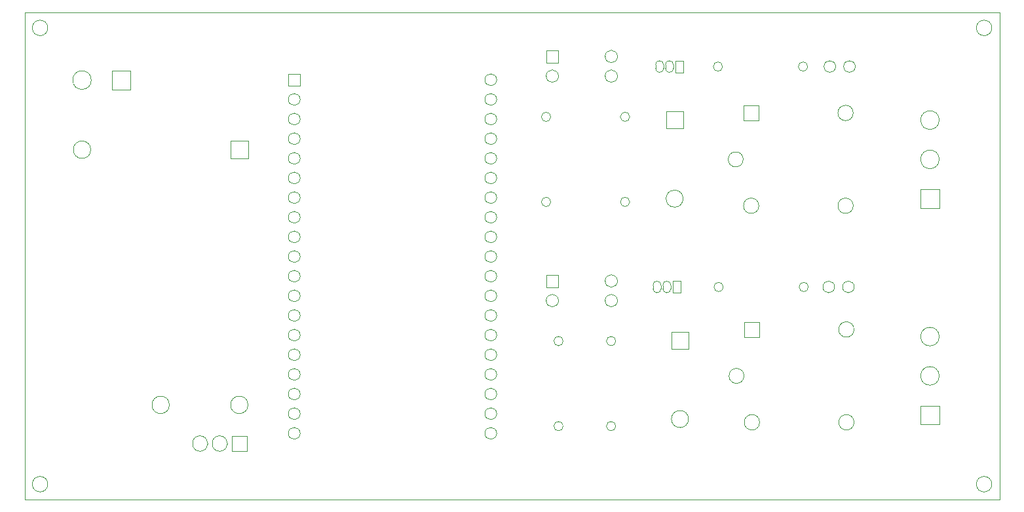
<source format=gbr>
%TF.GenerationSoftware,KiCad,Pcbnew,8.0.6-8.0.6-0~ubuntu22.04.1*%
%TF.CreationDate,2024-11-01T09:16:27+07:00*%
%TF.ProjectId,projectGATE,70726f6a-6563-4744-9741-54452e6b6963,rev?*%
%TF.SameCoordinates,Original*%
%TF.FileFunction,AssemblyDrawing,Bot*%
%FSLAX46Y46*%
G04 Gerber Fmt 4.6, Leading zero omitted, Abs format (unit mm)*
G04 Created by KiCad (PCBNEW 8.0.6-8.0.6-0~ubuntu22.04.1) date 2024-11-01 09:16:27*
%MOMM*%
%LPD*%
G01*
G04 APERTURE LIST*
%ADD10C,0.100000*%
%TA.AperFunction,Profile*%
%ADD11C,0.050000*%
%TD*%
G04 APERTURE END LIST*
D10*
%TO.C,D3*%
X171900000Y-80820000D02*
X171900000Y-83020000D01*
X174100000Y-83020000D01*
X174100000Y-80820000D01*
X171900000Y-80820000D01*
X173000000Y-90980000D02*
X173000000Y-90980000D01*
X173000000Y-93180000D02*
G75*
G02*
X173000000Y-90980000I0J1100000D01*
G01*
X173000000Y-93180000D02*
X173000000Y-93180000D01*
X173000000Y-93180000D02*
G75*
G03*
X173000000Y-90980000I0J1100000D01*
G01*
%TD*%
%TO.C,D2*%
X196214000Y-103500000D02*
G75*
G02*
X194706000Y-103500000I-754000J0D01*
G01*
X194706000Y-103500000D02*
G75*
G02*
X196214000Y-103500000I754000J0D01*
G01*
X193674000Y-103500000D02*
G75*
G02*
X192166000Y-103500000I-754000J0D01*
G01*
X192166000Y-103500000D02*
G75*
G02*
X193674000Y-103500000I754000J0D01*
G01*
%TD*%
%TO.C,U4*%
X115797500Y-122750000D02*
X115797500Y-124750000D01*
X117702500Y-124750000D01*
X117702500Y-122750000D01*
X115797500Y-122750000D01*
X115162500Y-123797500D02*
X115162500Y-123702500D01*
X113257500Y-123702500D02*
G75*
G02*
X115162500Y-123702500I952500J0D01*
G01*
X113257500Y-123702500D02*
X113257500Y-123797500D01*
X113257500Y-123797500D02*
G75*
G03*
X115162500Y-123797500I952500J0D01*
G01*
X112622500Y-123797500D02*
X112622500Y-123702500D01*
X110717500Y-123702500D02*
G75*
G02*
X112622500Y-123702500I952500J0D01*
G01*
X110717500Y-123702500D02*
X110717500Y-123797500D01*
X110717500Y-123797500D02*
G75*
G03*
X112622500Y-123797500I952500J0D01*
G01*
%TD*%
%TO.C,R7*%
X158600000Y-121500000D02*
G75*
G02*
X157400000Y-121500000I-600000J0D01*
G01*
X157400000Y-121500000D02*
G75*
G02*
X158600000Y-121500000I600000J0D01*
G01*
X158600000Y-110500000D02*
G75*
G02*
X157400000Y-110500000I-600000J0D01*
G01*
X157400000Y-110500000D02*
G75*
G02*
X158600000Y-110500000I600000J0D01*
G01*
%TD*%
%TO.C,U1*%
X123085000Y-75945000D02*
X123085000Y-77475000D01*
X124615000Y-77475000D01*
X124615000Y-75945000D01*
X123085000Y-75945000D01*
X124615000Y-79250000D02*
G75*
G02*
X123085000Y-79250000I-765000J0D01*
G01*
X123085000Y-79250000D02*
G75*
G02*
X124615000Y-79250000I765000J0D01*
G01*
X124615000Y-81790000D02*
G75*
G02*
X123085000Y-81790000I-765000J0D01*
G01*
X123085000Y-81790000D02*
G75*
G02*
X124615000Y-81790000I765000J0D01*
G01*
X124615000Y-84330000D02*
G75*
G02*
X123085000Y-84330000I-765000J0D01*
G01*
X123085000Y-84330000D02*
G75*
G02*
X124615000Y-84330000I765000J0D01*
G01*
X124615000Y-86870000D02*
G75*
G02*
X123085000Y-86870000I-765000J0D01*
G01*
X123085000Y-86870000D02*
G75*
G02*
X124615000Y-86870000I765000J0D01*
G01*
X124615000Y-89410000D02*
G75*
G02*
X123085000Y-89410000I-765000J0D01*
G01*
X123085000Y-89410000D02*
G75*
G02*
X124615000Y-89410000I765000J0D01*
G01*
X124615000Y-91950000D02*
G75*
G02*
X123085000Y-91950000I-765000J0D01*
G01*
X123085000Y-91950000D02*
G75*
G02*
X124615000Y-91950000I765000J0D01*
G01*
X124615000Y-94490000D02*
G75*
G02*
X123085000Y-94490000I-765000J0D01*
G01*
X123085000Y-94490000D02*
G75*
G02*
X124615000Y-94490000I765000J0D01*
G01*
X124615000Y-97030000D02*
G75*
G02*
X123085000Y-97030000I-765000J0D01*
G01*
X123085000Y-97030000D02*
G75*
G02*
X124615000Y-97030000I765000J0D01*
G01*
X124615000Y-99570000D02*
G75*
G02*
X123085000Y-99570000I-765000J0D01*
G01*
X123085000Y-99570000D02*
G75*
G02*
X124615000Y-99570000I765000J0D01*
G01*
X124615000Y-102110000D02*
G75*
G02*
X123085000Y-102110000I-765000J0D01*
G01*
X123085000Y-102110000D02*
G75*
G02*
X124615000Y-102110000I765000J0D01*
G01*
X124615000Y-104650000D02*
G75*
G02*
X123085000Y-104650000I-765000J0D01*
G01*
X123085000Y-104650000D02*
G75*
G02*
X124615000Y-104650000I765000J0D01*
G01*
X124615000Y-107190000D02*
G75*
G02*
X123085000Y-107190000I-765000J0D01*
G01*
X123085000Y-107190000D02*
G75*
G02*
X124615000Y-107190000I765000J0D01*
G01*
X124615000Y-109730000D02*
G75*
G02*
X123085000Y-109730000I-765000J0D01*
G01*
X123085000Y-109730000D02*
G75*
G02*
X124615000Y-109730000I765000J0D01*
G01*
X124615000Y-112270000D02*
G75*
G02*
X123085000Y-112270000I-765000J0D01*
G01*
X123085000Y-112270000D02*
G75*
G02*
X124615000Y-112270000I765000J0D01*
G01*
X124615000Y-114810000D02*
G75*
G02*
X123085000Y-114810000I-765000J0D01*
G01*
X123085000Y-114810000D02*
G75*
G02*
X124615000Y-114810000I765000J0D01*
G01*
X124615000Y-117350000D02*
G75*
G02*
X123085000Y-117350000I-765000J0D01*
G01*
X123085000Y-117350000D02*
G75*
G02*
X124615000Y-117350000I765000J0D01*
G01*
X124615000Y-119890000D02*
G75*
G02*
X123085000Y-119890000I-765000J0D01*
G01*
X123085000Y-119890000D02*
G75*
G02*
X124615000Y-119890000I765000J0D01*
G01*
X124615000Y-122430000D02*
G75*
G02*
X123085000Y-122430000I-765000J0D01*
G01*
X123085000Y-122430000D02*
G75*
G02*
X124615000Y-122430000I765000J0D01*
G01*
X150015000Y-122430000D02*
G75*
G02*
X148485000Y-122430000I-765000J0D01*
G01*
X148485000Y-122430000D02*
G75*
G02*
X150015000Y-122430000I765000J0D01*
G01*
X150015000Y-119890000D02*
G75*
G02*
X148485000Y-119890000I-765000J0D01*
G01*
X148485000Y-119890000D02*
G75*
G02*
X150015000Y-119890000I765000J0D01*
G01*
X150015000Y-117350000D02*
G75*
G02*
X148485000Y-117350000I-765000J0D01*
G01*
X148485000Y-117350000D02*
G75*
G02*
X150015000Y-117350000I765000J0D01*
G01*
X150015000Y-114810000D02*
G75*
G02*
X148485000Y-114810000I-765000J0D01*
G01*
X148485000Y-114810000D02*
G75*
G02*
X150015000Y-114810000I765000J0D01*
G01*
X150015000Y-112270000D02*
G75*
G02*
X148485000Y-112270000I-765000J0D01*
G01*
X148485000Y-112270000D02*
G75*
G02*
X150015000Y-112270000I765000J0D01*
G01*
X150015000Y-109730000D02*
G75*
G02*
X148485000Y-109730000I-765000J0D01*
G01*
X148485000Y-109730000D02*
G75*
G02*
X150015000Y-109730000I765000J0D01*
G01*
X150015000Y-107190000D02*
G75*
G02*
X148485000Y-107190000I-765000J0D01*
G01*
X148485000Y-107190000D02*
G75*
G02*
X150015000Y-107190000I765000J0D01*
G01*
X150015000Y-104650000D02*
G75*
G02*
X148485000Y-104650000I-765000J0D01*
G01*
X148485000Y-104650000D02*
G75*
G02*
X150015000Y-104650000I765000J0D01*
G01*
X150015000Y-102110000D02*
G75*
G02*
X148485000Y-102110000I-765000J0D01*
G01*
X148485000Y-102110000D02*
G75*
G02*
X150015000Y-102110000I765000J0D01*
G01*
X150015000Y-99570000D02*
G75*
G02*
X148485000Y-99570000I-765000J0D01*
G01*
X148485000Y-99570000D02*
G75*
G02*
X150015000Y-99570000I765000J0D01*
G01*
X150015000Y-97030000D02*
G75*
G02*
X148485000Y-97030000I-765000J0D01*
G01*
X148485000Y-97030000D02*
G75*
G02*
X150015000Y-97030000I765000J0D01*
G01*
X150015000Y-94490000D02*
G75*
G02*
X148485000Y-94490000I-765000J0D01*
G01*
X148485000Y-94490000D02*
G75*
G02*
X150015000Y-94490000I765000J0D01*
G01*
X150015000Y-91950000D02*
G75*
G02*
X148485000Y-91950000I-765000J0D01*
G01*
X148485000Y-91950000D02*
G75*
G02*
X150015000Y-91950000I765000J0D01*
G01*
X150015000Y-89410000D02*
G75*
G02*
X148485000Y-89410000I-765000J0D01*
G01*
X148485000Y-89410000D02*
G75*
G02*
X150015000Y-89410000I765000J0D01*
G01*
X150015000Y-86870000D02*
G75*
G02*
X148485000Y-86870000I-765000J0D01*
G01*
X148485000Y-86870000D02*
G75*
G02*
X150015000Y-86870000I765000J0D01*
G01*
X150015000Y-84330000D02*
G75*
G02*
X148485000Y-84330000I-765000J0D01*
G01*
X148485000Y-84330000D02*
G75*
G02*
X150015000Y-84330000I765000J0D01*
G01*
X150015000Y-81790000D02*
G75*
G02*
X148485000Y-81790000I-765000J0D01*
G01*
X148485000Y-81790000D02*
G75*
G02*
X150015000Y-81790000I765000J0D01*
G01*
X150015000Y-79250000D02*
G75*
G02*
X148485000Y-79250000I-765000J0D01*
G01*
X148485000Y-79250000D02*
G75*
G02*
X150015000Y-79250000I765000J0D01*
G01*
X150015000Y-76710000D02*
G75*
G02*
X148485000Y-76710000I-765000J0D01*
G01*
X148485000Y-76710000D02*
G75*
G02*
X150015000Y-76710000I765000J0D01*
G01*
%TD*%
%TO.C,PS1*%
X115625000Y-84625000D02*
X115625000Y-86875000D01*
X117875000Y-86875000D01*
X117875000Y-84625000D01*
X115625000Y-84625000D01*
X97555000Y-85750000D02*
G75*
G02*
X95305000Y-85750000I-1125000J0D01*
G01*
X95305000Y-85750000D02*
G75*
G02*
X97555000Y-85750000I1125000J0D01*
G01*
X107715000Y-118750000D02*
G75*
G02*
X105465000Y-118750000I-1125000J0D01*
G01*
X105465000Y-118750000D02*
G75*
G02*
X107715000Y-118750000I1125000J0D01*
G01*
X117875000Y-118750000D02*
G75*
G02*
X115625000Y-118750000I-1125000J0D01*
G01*
X115625000Y-118750000D02*
G75*
G02*
X117875000Y-118750000I1125000J0D01*
G01*
%TD*%
%TO.C,J2*%
X204800000Y-90880000D02*
X204800000Y-93280000D01*
X207200000Y-93280000D01*
X207200000Y-90880000D01*
X204800000Y-90880000D01*
X207200000Y-87000000D02*
G75*
G02*
X204800000Y-87000000I-1200000J0D01*
G01*
X204800000Y-87000000D02*
G75*
G02*
X207200000Y-87000000I1200000J0D01*
G01*
X207200000Y-81920000D02*
G75*
G02*
X204800000Y-81920000I-1200000J0D01*
G01*
X204800000Y-81920000D02*
G75*
G02*
X207200000Y-81920000I1200000J0D01*
G01*
%TD*%
%TO.C,U2*%
X156400000Y-72895000D02*
X156400000Y-74495000D01*
X158000000Y-74495000D01*
X158000000Y-72895000D01*
X156400000Y-72895000D01*
X156400000Y-76235000D02*
X156400000Y-76235000D01*
X158000000Y-76235000D02*
G75*
G02*
X156400000Y-76235000I-800000J0D01*
G01*
X158000000Y-76235000D02*
X158000000Y-76235000D01*
X158000000Y-76235000D02*
G75*
G03*
X156400000Y-76235000I-800000J0D01*
G01*
X164020000Y-76235000D02*
X164020000Y-76235000D01*
X165620000Y-76235000D02*
G75*
G02*
X164020000Y-76235000I-800000J0D01*
G01*
X165620000Y-76235000D02*
X165620000Y-76235000D01*
X165620000Y-76235000D02*
G75*
G03*
X164020000Y-76235000I-800000J0D01*
G01*
X164020000Y-73695000D02*
X164020000Y-73695000D01*
X165620000Y-73695000D02*
G75*
G02*
X164020000Y-73695000I-800000J0D01*
G01*
X165620000Y-73695000D02*
X165620000Y-73695000D01*
X165620000Y-73695000D02*
G75*
G03*
X164020000Y-73695000I-800000J0D01*
G01*
%TD*%
%TO.C,R12*%
X190290000Y-103500000D02*
G75*
G02*
X189090000Y-103500000I-600000J0D01*
G01*
X189090000Y-103500000D02*
G75*
G02*
X190290000Y-103500000I600000J0D01*
G01*
X179290000Y-103500000D02*
G75*
G02*
X178090000Y-103500000I-600000J0D01*
G01*
X178090000Y-103500000D02*
G75*
G02*
X179290000Y-103500000I600000J0D01*
G01*
%TD*%
%TO.C,K2*%
X182010000Y-108010000D02*
X182010000Y-109990000D01*
X183990000Y-109990000D01*
X183990000Y-108010000D01*
X182010000Y-108010000D01*
X183990000Y-121000000D02*
G75*
G02*
X182010000Y-121000000I-990000J0D01*
G01*
X182010000Y-121000000D02*
G75*
G02*
X183990000Y-121000000I990000J0D01*
G01*
X181967500Y-115000000D02*
G75*
G02*
X180032500Y-115000000I-967500J0D01*
G01*
X180032500Y-115000000D02*
G75*
G02*
X181967500Y-115000000I967500J0D01*
G01*
X196190000Y-109000000D02*
G75*
G02*
X194210000Y-109000000I-990000J0D01*
G01*
X194210000Y-109000000D02*
G75*
G02*
X196190000Y-109000000I990000J0D01*
G01*
X196190000Y-121000000D02*
G75*
G02*
X194210000Y-121000000I-990000J0D01*
G01*
X194210000Y-121000000D02*
G75*
G02*
X196190000Y-121000000I990000J0D01*
G01*
%TD*%
%TO.C,Q2*%
X172745000Y-102750000D02*
X172745000Y-104250000D01*
X173795000Y-104250000D01*
X173795000Y-102750000D01*
X172745000Y-102750000D01*
X172525000Y-103725000D02*
X172525000Y-103275000D01*
X171475000Y-103275000D02*
G75*
G02*
X172525000Y-103275000I525000J0D01*
G01*
X171475000Y-103275000D02*
X171475000Y-103725000D01*
X171475000Y-103725000D02*
G75*
G03*
X172525000Y-103725000I525000J0D01*
G01*
X171255000Y-103725000D02*
X171255000Y-103275000D01*
X170205000Y-103275000D02*
G75*
G02*
X171255000Y-103275000I525000J0D01*
G01*
X170205000Y-103275000D02*
X170205000Y-103725000D01*
X170205000Y-103725000D02*
G75*
G03*
X171255000Y-103725000I525000J0D01*
G01*
%TD*%
%TO.C,D1*%
X196354000Y-75000000D02*
G75*
G02*
X194846000Y-75000000I-754000J0D01*
G01*
X194846000Y-75000000D02*
G75*
G02*
X196354000Y-75000000I754000J0D01*
G01*
X193814000Y-75000000D02*
G75*
G02*
X192306000Y-75000000I-754000J0D01*
G01*
X192306000Y-75000000D02*
G75*
G02*
X193814000Y-75000000I754000J0D01*
G01*
%TD*%
%TO.C,J1*%
X100300000Y-75550000D02*
X100300000Y-77950000D01*
X102700000Y-77950000D01*
X102700000Y-75550000D01*
X100300000Y-75550000D01*
X97620000Y-76750000D02*
G75*
G02*
X95220000Y-76750000I-1200000J0D01*
G01*
X95220000Y-76750000D02*
G75*
G02*
X97620000Y-76750000I1200000J0D01*
G01*
%TD*%
%TO.C,U3*%
X156400000Y-101925000D02*
X156400000Y-103525000D01*
X158000000Y-103525000D01*
X158000000Y-101925000D01*
X156400000Y-101925000D01*
X156400000Y-105265000D02*
X156400000Y-105265000D01*
X158000000Y-105265000D02*
G75*
G02*
X156400000Y-105265000I-800000J0D01*
G01*
X158000000Y-105265000D02*
X158000000Y-105265000D01*
X158000000Y-105265000D02*
G75*
G03*
X156400000Y-105265000I-800000J0D01*
G01*
X164020000Y-105265000D02*
X164020000Y-105265000D01*
X165620000Y-105265000D02*
G75*
G02*
X164020000Y-105265000I-800000J0D01*
G01*
X165620000Y-105265000D02*
X165620000Y-105265000D01*
X165620000Y-105265000D02*
G75*
G03*
X164020000Y-105265000I-800000J0D01*
G01*
X164020000Y-102725000D02*
X164020000Y-102725000D01*
X165620000Y-102725000D02*
G75*
G02*
X164020000Y-102725000I-800000J0D01*
G01*
X165620000Y-102725000D02*
X165620000Y-102725000D01*
X165620000Y-102725000D02*
G75*
G03*
X164020000Y-102725000I-800000J0D01*
G01*
%TD*%
%TO.C,R10*%
X190200000Y-75000000D02*
G75*
G02*
X189000000Y-75000000I-600000J0D01*
G01*
X189000000Y-75000000D02*
G75*
G02*
X190200000Y-75000000I600000J0D01*
G01*
X179200000Y-75000000D02*
G75*
G02*
X178000000Y-75000000I-600000J0D01*
G01*
X178000000Y-75000000D02*
G75*
G02*
X179200000Y-75000000I600000J0D01*
G01*
%TD*%
%TO.C,K1*%
X181910000Y-80010000D02*
X181910000Y-81990000D01*
X183890000Y-81990000D01*
X183890000Y-80010000D01*
X181910000Y-80010000D01*
X183890000Y-93000000D02*
G75*
G02*
X181910000Y-93000000I-990000J0D01*
G01*
X181910000Y-93000000D02*
G75*
G02*
X183890000Y-93000000I990000J0D01*
G01*
X181867500Y-87000000D02*
G75*
G02*
X179932500Y-87000000I-967500J0D01*
G01*
X179932500Y-87000000D02*
G75*
G02*
X181867500Y-87000000I967500J0D01*
G01*
X196090000Y-81000000D02*
G75*
G02*
X194110000Y-81000000I-990000J0D01*
G01*
X194110000Y-81000000D02*
G75*
G02*
X196090000Y-81000000I990000J0D01*
G01*
X196090000Y-93000000D02*
G75*
G02*
X194110000Y-93000000I-990000J0D01*
G01*
X194110000Y-93000000D02*
G75*
G02*
X196090000Y-93000000I990000J0D01*
G01*
%TD*%
%TO.C,R11*%
X165400000Y-110500000D02*
G75*
G02*
X164200000Y-110500000I-600000J0D01*
G01*
X164200000Y-110500000D02*
G75*
G02*
X165400000Y-110500000I600000J0D01*
G01*
X165400000Y-121500000D02*
G75*
G02*
X164200000Y-121500000I-600000J0D01*
G01*
X164200000Y-121500000D02*
G75*
G02*
X165400000Y-121500000I600000J0D01*
G01*
%TD*%
%TO.C,Q1*%
X173075000Y-74250000D02*
X173075000Y-75750000D01*
X174125000Y-75750000D01*
X174125000Y-74250000D01*
X173075000Y-74250000D01*
X172855000Y-75225000D02*
X172855000Y-74775000D01*
X171805000Y-74775000D02*
G75*
G02*
X172855000Y-74775000I525000J0D01*
G01*
X171805000Y-74775000D02*
X171805000Y-75225000D01*
X171805000Y-75225000D02*
G75*
G03*
X172855000Y-75225000I525000J0D01*
G01*
X171585000Y-75225000D02*
X171585000Y-74775000D01*
X170535000Y-74775000D02*
G75*
G02*
X171585000Y-74775000I525000J0D01*
G01*
X170535000Y-74775000D02*
X170535000Y-75225000D01*
X170535000Y-75225000D02*
G75*
G03*
X171585000Y-75225000I525000J0D01*
G01*
%TD*%
%TO.C,D4*%
X172590000Y-109320000D02*
X172590000Y-111520000D01*
X174790000Y-111520000D01*
X174790000Y-109320000D01*
X172590000Y-109320000D01*
X173690000Y-119480000D02*
X173690000Y-119480000D01*
X173690000Y-121680000D02*
G75*
G02*
X173690000Y-119480000I0J1100000D01*
G01*
X173690000Y-121680000D02*
X173690000Y-121680000D01*
X173690000Y-121680000D02*
G75*
G03*
X173690000Y-119480000I0J1100000D01*
G01*
%TD*%
%TO.C,J3*%
X204800000Y-118880000D02*
X204800000Y-121280000D01*
X207200000Y-121280000D01*
X207200000Y-118880000D01*
X204800000Y-118880000D01*
X207200000Y-115000000D02*
G75*
G02*
X204800000Y-115000000I-1200000J0D01*
G01*
X204800000Y-115000000D02*
G75*
G02*
X207200000Y-115000000I1200000J0D01*
G01*
X207200000Y-109920000D02*
G75*
G02*
X204800000Y-109920000I-1200000J0D01*
G01*
X204800000Y-109920000D02*
G75*
G02*
X207200000Y-109920000I1200000J0D01*
G01*
%TD*%
%TO.C,R9*%
X167200000Y-92500000D02*
G75*
G02*
X166000000Y-92500000I-600000J0D01*
G01*
X166000000Y-92500000D02*
G75*
G02*
X167200000Y-92500000I600000J0D01*
G01*
X167200000Y-81500000D02*
G75*
G02*
X166000000Y-81500000I-600000J0D01*
G01*
X166000000Y-81500000D02*
G75*
G02*
X167200000Y-81500000I600000J0D01*
G01*
%TD*%
%TO.C,R8*%
X157000000Y-81500000D02*
G75*
G02*
X155800000Y-81500000I-600000J0D01*
G01*
X155800000Y-81500000D02*
G75*
G02*
X157000000Y-81500000I600000J0D01*
G01*
X157000000Y-92500000D02*
G75*
G02*
X155800000Y-92500000I-600000J0D01*
G01*
X155800000Y-92500000D02*
G75*
G02*
X157000000Y-92500000I600000J0D01*
G01*
%TD*%
D11*
X92000000Y-129000000D02*
G75*
G02*
X90000000Y-129000000I-1000000J0D01*
G01*
X90000000Y-129000000D02*
G75*
G02*
X92000000Y-129000000I1000000J0D01*
G01*
X92000000Y-70000000D02*
G75*
G02*
X90000000Y-70000000I-1000000J0D01*
G01*
X90000000Y-70000000D02*
G75*
G02*
X92000000Y-70000000I1000000J0D01*
G01*
X214000000Y-70000000D02*
G75*
G02*
X212000000Y-70000000I-1000000J0D01*
G01*
X212000000Y-70000000D02*
G75*
G02*
X214000000Y-70000000I1000000J0D01*
G01*
X214000000Y-129000000D02*
G75*
G02*
X212000000Y-129000000I-1000000J0D01*
G01*
X212000000Y-129000000D02*
G75*
G02*
X214000000Y-129000000I1000000J0D01*
G01*
X89000000Y-68000000D02*
X215000000Y-68000000D01*
X215000000Y-131000000D01*
X89000000Y-131000000D01*
X89000000Y-68000000D01*
M02*

</source>
